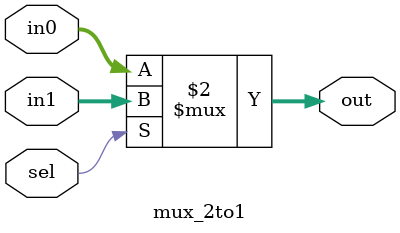
<source format=v>
`timescale 1ns / 1ps

module mux_2to1

(
    in0,	//input 0
	in1,	//input 1
	out,	//output
	sel	//select
);

    //--------------------------
	// Parameters
	//--------------------------	
	parameter DWIDTH = 32;
    //--------------------------
	// Input Ports
	//--------------------------
	// < Enter Input Ports  >
    input 		[DWIDTH-1:0]		in0;
	input 		[DWIDTH-1:0]		in1;
	input 									sel;
	
    //--------------------------
    // Output Ports
    //--------------------------
    // < Enter Output Ports  >	
    output 	[DWIDTH-1:0] 		out; 
		
    //--------------------------
    // Bidirectional Ports
    //--------------------------
    // < Enter Bidirectional Ports in Alphabetical Order >
    // None
      
    ///////////////////////////////////////////////////////////////////
    // Begin Design
    ///////////////////////////////////////////////////////////////////
    //-------------------------------------------------
    // Signal Declarations: local params
    //-------------------------------------------------
   
    //-------------------------------------------------
    // Signal Declarations: reg
    //-------------------------------------------------    
    
    //-------------------------------------------------
    // Signal Declarations: wire
    //-------------------------------------------------
		
	//---------------------------------------------------------------
	// Instantiations
	//---------------------------------------------------------------
	// None

	//---------------------------------------------------------------
	// Combinatorial Logic
	//---------------------------------------------------------------
	assign out = (sel == 0) ? in0 : in1;
	
	//---------------------------------------------------------------
	// Sequential Logic
	//---------------------------------------------------------------
    
 endmodule  




</source>
